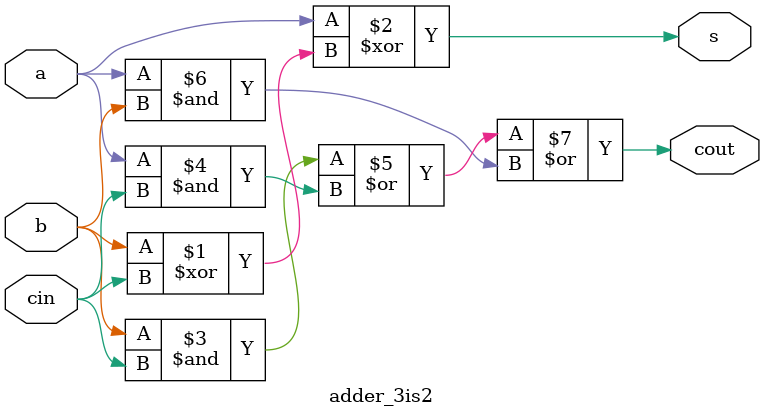
<source format=v>
module adder_3is2(
input a,
input b,
input cin,
output s,
output cout);
assign s = a ^ ( b ^ cin );
assign cout = (b & cin) | (a & cin) | (a & b);
endmodule

</source>
